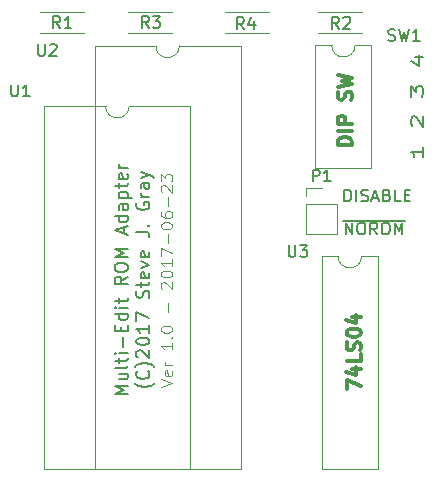
<source format=gto>
G04 #@! TF.FileFunction,Legend,Top*
%FSLAX46Y46*%
G04 Gerber Fmt 4.6, Leading zero omitted, Abs format (unit mm)*
G04 Created by KiCad (PCBNEW 4.0.4-stable) date 06/24/17 18:47:56*
%MOMM*%
%LPD*%
G01*
G04 APERTURE LIST*
%ADD10C,0.100000*%
%ADD11C,0.200000*%
%ADD12C,0.300000*%
%ADD13C,0.120000*%
%ADD14C,0.150000*%
G04 APERTURE END LIST*
D10*
D11*
X171204238Y-119578381D02*
X171204238Y-118578381D01*
X171775667Y-119578381D01*
X171775667Y-118578381D01*
X172442333Y-118578381D02*
X172632810Y-118578381D01*
X172728048Y-118626000D01*
X172823286Y-118721238D01*
X172870905Y-118911714D01*
X172870905Y-119245048D01*
X172823286Y-119435524D01*
X172728048Y-119530762D01*
X172632810Y-119578381D01*
X172442333Y-119578381D01*
X172347095Y-119530762D01*
X172251857Y-119435524D01*
X172204238Y-119245048D01*
X172204238Y-118911714D01*
X172251857Y-118721238D01*
X172347095Y-118626000D01*
X172442333Y-118578381D01*
X173870905Y-119578381D02*
X173537571Y-119102190D01*
X173299476Y-119578381D02*
X173299476Y-118578381D01*
X173680429Y-118578381D01*
X173775667Y-118626000D01*
X173823286Y-118673619D01*
X173870905Y-118768857D01*
X173870905Y-118911714D01*
X173823286Y-119006952D01*
X173775667Y-119054571D01*
X173680429Y-119102190D01*
X173299476Y-119102190D01*
X174489952Y-118578381D02*
X174680429Y-118578381D01*
X174775667Y-118626000D01*
X174870905Y-118721238D01*
X174918524Y-118911714D01*
X174918524Y-119245048D01*
X174870905Y-119435524D01*
X174775667Y-119530762D01*
X174680429Y-119578381D01*
X174489952Y-119578381D01*
X174394714Y-119530762D01*
X174299476Y-119435524D01*
X174251857Y-119245048D01*
X174251857Y-118911714D01*
X174299476Y-118721238D01*
X174394714Y-118626000D01*
X174489952Y-118578381D01*
X175347095Y-119578381D02*
X175347095Y-118578381D01*
X175680429Y-119292667D01*
X176013762Y-118578381D01*
X176013762Y-119578381D01*
X170966143Y-118406000D02*
X176251857Y-118406000D01*
X171101095Y-116784381D02*
X171101095Y-115784381D01*
X171339190Y-115784381D01*
X171482048Y-115832000D01*
X171577286Y-115927238D01*
X171624905Y-116022476D01*
X171672524Y-116212952D01*
X171672524Y-116355810D01*
X171624905Y-116546286D01*
X171577286Y-116641524D01*
X171482048Y-116736762D01*
X171339190Y-116784381D01*
X171101095Y-116784381D01*
X172101095Y-116784381D02*
X172101095Y-115784381D01*
X172529666Y-116736762D02*
X172672523Y-116784381D01*
X172910619Y-116784381D01*
X173005857Y-116736762D01*
X173053476Y-116689143D01*
X173101095Y-116593905D01*
X173101095Y-116498667D01*
X173053476Y-116403429D01*
X173005857Y-116355810D01*
X172910619Y-116308190D01*
X172720142Y-116260571D01*
X172624904Y-116212952D01*
X172577285Y-116165333D01*
X172529666Y-116070095D01*
X172529666Y-115974857D01*
X172577285Y-115879619D01*
X172624904Y-115832000D01*
X172720142Y-115784381D01*
X172958238Y-115784381D01*
X173101095Y-115832000D01*
X173482047Y-116498667D02*
X173958238Y-116498667D01*
X173386809Y-116784381D02*
X173720142Y-115784381D01*
X174053476Y-116784381D01*
X174720143Y-116260571D02*
X174863000Y-116308190D01*
X174910619Y-116355810D01*
X174958238Y-116451048D01*
X174958238Y-116593905D01*
X174910619Y-116689143D01*
X174863000Y-116736762D01*
X174767762Y-116784381D01*
X174386809Y-116784381D01*
X174386809Y-115784381D01*
X174720143Y-115784381D01*
X174815381Y-115832000D01*
X174863000Y-115879619D01*
X174910619Y-115974857D01*
X174910619Y-116070095D01*
X174863000Y-116165333D01*
X174815381Y-116212952D01*
X174720143Y-116260571D01*
X174386809Y-116260571D01*
X175863000Y-116784381D02*
X175386809Y-116784381D01*
X175386809Y-115784381D01*
X176196333Y-116260571D02*
X176529667Y-116260571D01*
X176672524Y-116784381D02*
X176196333Y-116784381D01*
X176196333Y-115784381D01*
X176672524Y-115784381D01*
X177744381Y-112140570D02*
X177744381Y-112997713D01*
X177744381Y-112569141D02*
X176744381Y-112569141D01*
X176887238Y-112711998D01*
X176982476Y-112854856D01*
X177030095Y-112997713D01*
X176839619Y-110426285D02*
X176792000Y-110354856D01*
X176744381Y-110211999D01*
X176744381Y-109854856D01*
X176792000Y-109711999D01*
X176839619Y-109640570D01*
X176934857Y-109569142D01*
X177030095Y-109569142D01*
X177172952Y-109640570D01*
X177744381Y-110497713D01*
X177744381Y-109569142D01*
X176744381Y-107926285D02*
X176744381Y-106997714D01*
X177125333Y-107497714D01*
X177125333Y-107283428D01*
X177172952Y-107140571D01*
X177220571Y-107069142D01*
X177315810Y-106997714D01*
X177553905Y-106997714D01*
X177649143Y-107069142D01*
X177696762Y-107140571D01*
X177744381Y-107283428D01*
X177744381Y-107712000D01*
X177696762Y-107854857D01*
X177649143Y-107926285D01*
X177077714Y-104569143D02*
X177744381Y-104569143D01*
X176696762Y-104926286D02*
X177411048Y-105283429D01*
X177411048Y-104354857D01*
D10*
X155535381Y-132515429D02*
X156535381Y-132182096D01*
X155535381Y-131848762D01*
X156487762Y-131134476D02*
X156535381Y-131229714D01*
X156535381Y-131420191D01*
X156487762Y-131515429D01*
X156392524Y-131563048D01*
X156011571Y-131563048D01*
X155916333Y-131515429D01*
X155868714Y-131420191D01*
X155868714Y-131229714D01*
X155916333Y-131134476D01*
X156011571Y-131086857D01*
X156106810Y-131086857D01*
X156202048Y-131563048D01*
X156535381Y-130658286D02*
X155868714Y-130658286D01*
X156059190Y-130658286D02*
X155963952Y-130610667D01*
X155916333Y-130563048D01*
X155868714Y-130467810D01*
X155868714Y-130372571D01*
X156535381Y-128753523D02*
X156535381Y-129324952D01*
X156535381Y-129039238D02*
X155535381Y-129039238D01*
X155678238Y-129134476D01*
X155773476Y-129229714D01*
X155821095Y-129324952D01*
X156440143Y-128324952D02*
X156487762Y-128277333D01*
X156535381Y-128324952D01*
X156487762Y-128372571D01*
X156440143Y-128324952D01*
X156535381Y-128324952D01*
X155535381Y-127658286D02*
X155535381Y-127563047D01*
X155583000Y-127467809D01*
X155630619Y-127420190D01*
X155725857Y-127372571D01*
X155916333Y-127324952D01*
X156154429Y-127324952D01*
X156344905Y-127372571D01*
X156440143Y-127420190D01*
X156487762Y-127467809D01*
X156535381Y-127563047D01*
X156535381Y-127658286D01*
X156487762Y-127753524D01*
X156440143Y-127801143D01*
X156344905Y-127848762D01*
X156154429Y-127896381D01*
X155916333Y-127896381D01*
X155725857Y-127848762D01*
X155630619Y-127801143D01*
X155583000Y-127753524D01*
X155535381Y-127658286D01*
X156154429Y-126134476D02*
X156154429Y-125372571D01*
X155630619Y-124182095D02*
X155583000Y-124134476D01*
X155535381Y-124039238D01*
X155535381Y-123801142D01*
X155583000Y-123705904D01*
X155630619Y-123658285D01*
X155725857Y-123610666D01*
X155821095Y-123610666D01*
X155963952Y-123658285D01*
X156535381Y-124229714D01*
X156535381Y-123610666D01*
X155535381Y-122991619D02*
X155535381Y-122896380D01*
X155583000Y-122801142D01*
X155630619Y-122753523D01*
X155725857Y-122705904D01*
X155916333Y-122658285D01*
X156154429Y-122658285D01*
X156344905Y-122705904D01*
X156440143Y-122753523D01*
X156487762Y-122801142D01*
X156535381Y-122896380D01*
X156535381Y-122991619D01*
X156487762Y-123086857D01*
X156440143Y-123134476D01*
X156344905Y-123182095D01*
X156154429Y-123229714D01*
X155916333Y-123229714D01*
X155725857Y-123182095D01*
X155630619Y-123134476D01*
X155583000Y-123086857D01*
X155535381Y-122991619D01*
X156535381Y-121705904D02*
X156535381Y-122277333D01*
X156535381Y-121991619D02*
X155535381Y-121991619D01*
X155678238Y-122086857D01*
X155773476Y-122182095D01*
X155821095Y-122277333D01*
X155535381Y-121372571D02*
X155535381Y-120705904D01*
X156535381Y-121134476D01*
X156154429Y-120324952D02*
X156154429Y-119563047D01*
X155535381Y-118896381D02*
X155535381Y-118801142D01*
X155583000Y-118705904D01*
X155630619Y-118658285D01*
X155725857Y-118610666D01*
X155916333Y-118563047D01*
X156154429Y-118563047D01*
X156344905Y-118610666D01*
X156440143Y-118658285D01*
X156487762Y-118705904D01*
X156535381Y-118801142D01*
X156535381Y-118896381D01*
X156487762Y-118991619D01*
X156440143Y-119039238D01*
X156344905Y-119086857D01*
X156154429Y-119134476D01*
X155916333Y-119134476D01*
X155725857Y-119086857D01*
X155630619Y-119039238D01*
X155583000Y-118991619D01*
X155535381Y-118896381D01*
X155535381Y-117705904D02*
X155535381Y-117896381D01*
X155583000Y-117991619D01*
X155630619Y-118039238D01*
X155773476Y-118134476D01*
X155963952Y-118182095D01*
X156344905Y-118182095D01*
X156440143Y-118134476D01*
X156487762Y-118086857D01*
X156535381Y-117991619D01*
X156535381Y-117801142D01*
X156487762Y-117705904D01*
X156440143Y-117658285D01*
X156344905Y-117610666D01*
X156106810Y-117610666D01*
X156011571Y-117658285D01*
X155963952Y-117705904D01*
X155916333Y-117801142D01*
X155916333Y-117991619D01*
X155963952Y-118086857D01*
X156011571Y-118134476D01*
X156106810Y-118182095D01*
X156154429Y-117182095D02*
X156154429Y-116420190D01*
X155630619Y-115991619D02*
X155583000Y-115944000D01*
X155535381Y-115848762D01*
X155535381Y-115610666D01*
X155583000Y-115515428D01*
X155630619Y-115467809D01*
X155725857Y-115420190D01*
X155821095Y-115420190D01*
X155963952Y-115467809D01*
X156535381Y-116039238D01*
X156535381Y-115420190D01*
X155535381Y-115086857D02*
X155535381Y-114467809D01*
X155916333Y-114801143D01*
X155916333Y-114658285D01*
X155963952Y-114563047D01*
X156011571Y-114515428D01*
X156106810Y-114467809D01*
X156344905Y-114467809D01*
X156440143Y-114515428D01*
X156487762Y-114563047D01*
X156535381Y-114658285D01*
X156535381Y-114944000D01*
X156487762Y-115039238D01*
X156440143Y-115086857D01*
D12*
X171738857Y-112007286D02*
X170538857Y-112007286D01*
X170538857Y-111721571D01*
X170596000Y-111550143D01*
X170710286Y-111435857D01*
X170824571Y-111378714D01*
X171053143Y-111321571D01*
X171224571Y-111321571D01*
X171453143Y-111378714D01*
X171567429Y-111435857D01*
X171681714Y-111550143D01*
X171738857Y-111721571D01*
X171738857Y-112007286D01*
X171738857Y-110807286D02*
X170538857Y-110807286D01*
X171738857Y-110235857D02*
X170538857Y-110235857D01*
X170538857Y-109778714D01*
X170596000Y-109664428D01*
X170653143Y-109607285D01*
X170767429Y-109550142D01*
X170938857Y-109550142D01*
X171053143Y-109607285D01*
X171110286Y-109664428D01*
X171167429Y-109778714D01*
X171167429Y-110235857D01*
X171681714Y-108178714D02*
X171738857Y-108007285D01*
X171738857Y-107721571D01*
X171681714Y-107607285D01*
X171624571Y-107550142D01*
X171510286Y-107492999D01*
X171396000Y-107492999D01*
X171281714Y-107550142D01*
X171224571Y-107607285D01*
X171167429Y-107721571D01*
X171110286Y-107950142D01*
X171053143Y-108064428D01*
X170996000Y-108121571D01*
X170881714Y-108178714D01*
X170767429Y-108178714D01*
X170653143Y-108121571D01*
X170596000Y-108064428D01*
X170538857Y-107950142D01*
X170538857Y-107664428D01*
X170596000Y-107492999D01*
X170538857Y-107092999D02*
X171738857Y-106807285D01*
X170881714Y-106578714D01*
X171738857Y-106350142D01*
X170538857Y-106064428D01*
X171300857Y-132711428D02*
X171300857Y-131911428D01*
X172500857Y-132425714D01*
X171700857Y-130940000D02*
X172500857Y-130940000D01*
X171243714Y-131225714D02*
X172100857Y-131511429D01*
X172100857Y-130768571D01*
X172500857Y-129740000D02*
X172500857Y-130311429D01*
X171300857Y-130311429D01*
X172443714Y-129397143D02*
X172500857Y-129225714D01*
X172500857Y-128940000D01*
X172443714Y-128825714D01*
X172386571Y-128768571D01*
X172272286Y-128711428D01*
X172158000Y-128711428D01*
X172043714Y-128768571D01*
X171986571Y-128825714D01*
X171929429Y-128940000D01*
X171872286Y-129168571D01*
X171815143Y-129282857D01*
X171758000Y-129340000D01*
X171643714Y-129397143D01*
X171529429Y-129397143D01*
X171415143Y-129340000D01*
X171358000Y-129282857D01*
X171300857Y-129168571D01*
X171300857Y-128882857D01*
X171358000Y-128711428D01*
X171300857Y-127968571D02*
X171300857Y-127854286D01*
X171358000Y-127740000D01*
X171415143Y-127682857D01*
X171529429Y-127625714D01*
X171758000Y-127568571D01*
X172043714Y-127568571D01*
X172272286Y-127625714D01*
X172386571Y-127682857D01*
X172443714Y-127740000D01*
X172500857Y-127854286D01*
X172500857Y-127968571D01*
X172443714Y-128082857D01*
X172386571Y-128140000D01*
X172272286Y-128197143D01*
X172043714Y-128254286D01*
X171758000Y-128254286D01*
X171529429Y-128197143D01*
X171415143Y-128140000D01*
X171358000Y-128082857D01*
X171300857Y-127968571D01*
X171700857Y-126540000D02*
X172500857Y-126540000D01*
X171243714Y-126825714D02*
X172100857Y-127111429D01*
X172100857Y-126368571D01*
D11*
X152734619Y-133108284D02*
X151634619Y-133108284D01*
X152420333Y-132741618D01*
X151634619Y-132374951D01*
X152734619Y-132374951D01*
X152001286Y-131379713D02*
X152734619Y-131379713D01*
X152001286Y-131851141D02*
X152577476Y-131851141D01*
X152682238Y-131798760D01*
X152734619Y-131693998D01*
X152734619Y-131536856D01*
X152682238Y-131432094D01*
X152629857Y-131379713D01*
X152734619Y-130698760D02*
X152682238Y-130803522D01*
X152577476Y-130855903D01*
X151634619Y-130855903D01*
X152001286Y-130436856D02*
X152001286Y-130017808D01*
X151634619Y-130279713D02*
X152577476Y-130279713D01*
X152682238Y-130227332D01*
X152734619Y-130122570D01*
X152734619Y-130017808D01*
X152734619Y-129651142D02*
X152001286Y-129651142D01*
X151634619Y-129651142D02*
X151687000Y-129703523D01*
X151739381Y-129651142D01*
X151687000Y-129598761D01*
X151634619Y-129651142D01*
X151739381Y-129651142D01*
X152315571Y-129127332D02*
X152315571Y-128289237D01*
X152158429Y-127765427D02*
X152158429Y-127398761D01*
X152734619Y-127241618D02*
X152734619Y-127765427D01*
X151634619Y-127765427D01*
X151634619Y-127241618D01*
X152734619Y-126298761D02*
X151634619Y-126298761D01*
X152682238Y-126298761D02*
X152734619Y-126403523D01*
X152734619Y-126613046D01*
X152682238Y-126717808D01*
X152629857Y-126770189D01*
X152525095Y-126822570D01*
X152210810Y-126822570D01*
X152106048Y-126770189D01*
X152053667Y-126717808D01*
X152001286Y-126613046D01*
X152001286Y-126403523D01*
X152053667Y-126298761D01*
X152734619Y-125774951D02*
X152001286Y-125774951D01*
X151634619Y-125774951D02*
X151687000Y-125827332D01*
X151739381Y-125774951D01*
X151687000Y-125722570D01*
X151634619Y-125774951D01*
X151739381Y-125774951D01*
X152001286Y-125408284D02*
X152001286Y-124989236D01*
X151634619Y-125251141D02*
X152577476Y-125251141D01*
X152682238Y-125198760D01*
X152734619Y-125093998D01*
X152734619Y-124989236D01*
X152734619Y-123155904D02*
X152210810Y-123522570D01*
X152734619Y-123784475D02*
X151634619Y-123784475D01*
X151634619Y-123365428D01*
X151687000Y-123260666D01*
X151739381Y-123208285D01*
X151844143Y-123155904D01*
X152001286Y-123155904D01*
X152106048Y-123208285D01*
X152158429Y-123260666D01*
X152210810Y-123365428D01*
X152210810Y-123784475D01*
X151634619Y-122474951D02*
X151634619Y-122265428D01*
X151687000Y-122160666D01*
X151791762Y-122055904D01*
X152001286Y-122003523D01*
X152367952Y-122003523D01*
X152577476Y-122055904D01*
X152682238Y-122160666D01*
X152734619Y-122265428D01*
X152734619Y-122474951D01*
X152682238Y-122579713D01*
X152577476Y-122684475D01*
X152367952Y-122736856D01*
X152001286Y-122736856D01*
X151791762Y-122684475D01*
X151687000Y-122579713D01*
X151634619Y-122474951D01*
X152734619Y-121532094D02*
X151634619Y-121532094D01*
X152420333Y-121165428D01*
X151634619Y-120798761D01*
X152734619Y-120798761D01*
X152420333Y-119489237D02*
X152420333Y-118965428D01*
X152734619Y-119593999D02*
X151634619Y-119227332D01*
X152734619Y-118860666D01*
X152734619Y-118022571D02*
X151634619Y-118022571D01*
X152682238Y-118022571D02*
X152734619Y-118127333D01*
X152734619Y-118336856D01*
X152682238Y-118441618D01*
X152629857Y-118493999D01*
X152525095Y-118546380D01*
X152210810Y-118546380D01*
X152106048Y-118493999D01*
X152053667Y-118441618D01*
X152001286Y-118336856D01*
X152001286Y-118127333D01*
X152053667Y-118022571D01*
X152734619Y-117027333D02*
X152158429Y-117027333D01*
X152053667Y-117079714D01*
X152001286Y-117184476D01*
X152001286Y-117393999D01*
X152053667Y-117498761D01*
X152682238Y-117027333D02*
X152734619Y-117132095D01*
X152734619Y-117393999D01*
X152682238Y-117498761D01*
X152577476Y-117551142D01*
X152472714Y-117551142D01*
X152367952Y-117498761D01*
X152315571Y-117393999D01*
X152315571Y-117132095D01*
X152263190Y-117027333D01*
X152001286Y-116503523D02*
X153101286Y-116503523D01*
X152053667Y-116503523D02*
X152001286Y-116398761D01*
X152001286Y-116189238D01*
X152053667Y-116084476D01*
X152106048Y-116032095D01*
X152210810Y-115979714D01*
X152525095Y-115979714D01*
X152629857Y-116032095D01*
X152682238Y-116084476D01*
X152734619Y-116189238D01*
X152734619Y-116398761D01*
X152682238Y-116503523D01*
X152001286Y-115665428D02*
X152001286Y-115246380D01*
X151634619Y-115508285D02*
X152577476Y-115508285D01*
X152682238Y-115455904D01*
X152734619Y-115351142D01*
X152734619Y-115246380D01*
X152682238Y-114460667D02*
X152734619Y-114565429D01*
X152734619Y-114774952D01*
X152682238Y-114879714D01*
X152577476Y-114932095D01*
X152158429Y-114932095D01*
X152053667Y-114879714D01*
X152001286Y-114774952D01*
X152001286Y-114565429D01*
X152053667Y-114460667D01*
X152158429Y-114408286D01*
X152263190Y-114408286D01*
X152367952Y-114932095D01*
X152734619Y-113936857D02*
X152001286Y-113936857D01*
X152210810Y-113936857D02*
X152106048Y-113884476D01*
X152053667Y-113832095D01*
X152001286Y-113727333D01*
X152001286Y-113622572D01*
X155003667Y-132191618D02*
X154951286Y-132243998D01*
X154794143Y-132348760D01*
X154689381Y-132401141D01*
X154532238Y-132453522D01*
X154270333Y-132505903D01*
X154060810Y-132505903D01*
X153798905Y-132453522D01*
X153641762Y-132401141D01*
X153537000Y-132348760D01*
X153379857Y-132243998D01*
X153327476Y-132191618D01*
X154479857Y-131143999D02*
X154532238Y-131196380D01*
X154584619Y-131353523D01*
X154584619Y-131458285D01*
X154532238Y-131615427D01*
X154427476Y-131720189D01*
X154322714Y-131772570D01*
X154113190Y-131824951D01*
X153956048Y-131824951D01*
X153746524Y-131772570D01*
X153641762Y-131720189D01*
X153537000Y-131615427D01*
X153484619Y-131458285D01*
X153484619Y-131353523D01*
X153537000Y-131196380D01*
X153589381Y-131143999D01*
X155003667Y-130777332D02*
X154951286Y-130724951D01*
X154794143Y-130620189D01*
X154689381Y-130567808D01*
X154532238Y-130515427D01*
X154270333Y-130463046D01*
X154060810Y-130463046D01*
X153798905Y-130515427D01*
X153641762Y-130567808D01*
X153537000Y-130620189D01*
X153379857Y-130724951D01*
X153327476Y-130777332D01*
X153589381Y-129991618D02*
X153537000Y-129939237D01*
X153484619Y-129834475D01*
X153484619Y-129572571D01*
X153537000Y-129467809D01*
X153589381Y-129415428D01*
X153694143Y-129363047D01*
X153798905Y-129363047D01*
X153956048Y-129415428D01*
X154584619Y-130043999D01*
X154584619Y-129363047D01*
X153484619Y-128682094D02*
X153484619Y-128577333D01*
X153537000Y-128472571D01*
X153589381Y-128420190D01*
X153694143Y-128367809D01*
X153903667Y-128315428D01*
X154165571Y-128315428D01*
X154375095Y-128367809D01*
X154479857Y-128420190D01*
X154532238Y-128472571D01*
X154584619Y-128577333D01*
X154584619Y-128682094D01*
X154532238Y-128786856D01*
X154479857Y-128839237D01*
X154375095Y-128891618D01*
X154165571Y-128943999D01*
X153903667Y-128943999D01*
X153694143Y-128891618D01*
X153589381Y-128839237D01*
X153537000Y-128786856D01*
X153484619Y-128682094D01*
X154584619Y-127267809D02*
X154584619Y-127896380D01*
X154584619Y-127582094D02*
X153484619Y-127582094D01*
X153641762Y-127686856D01*
X153746524Y-127791618D01*
X153798905Y-127896380D01*
X153484619Y-126901142D02*
X153484619Y-126167809D01*
X154584619Y-126639237D01*
X154532238Y-124963047D02*
X154584619Y-124805904D01*
X154584619Y-124544000D01*
X154532238Y-124439238D01*
X154479857Y-124386857D01*
X154375095Y-124334476D01*
X154270333Y-124334476D01*
X154165571Y-124386857D01*
X154113190Y-124439238D01*
X154060810Y-124544000D01*
X154008429Y-124753523D01*
X153956048Y-124858285D01*
X153903667Y-124910666D01*
X153798905Y-124963047D01*
X153694143Y-124963047D01*
X153589381Y-124910666D01*
X153537000Y-124858285D01*
X153484619Y-124753523D01*
X153484619Y-124491619D01*
X153537000Y-124334476D01*
X153851286Y-124020190D02*
X153851286Y-123601142D01*
X153484619Y-123863047D02*
X154427476Y-123863047D01*
X154532238Y-123810666D01*
X154584619Y-123705904D01*
X154584619Y-123601142D01*
X154532238Y-122815429D02*
X154584619Y-122920191D01*
X154584619Y-123129714D01*
X154532238Y-123234476D01*
X154427476Y-123286857D01*
X154008429Y-123286857D01*
X153903667Y-123234476D01*
X153851286Y-123129714D01*
X153851286Y-122920191D01*
X153903667Y-122815429D01*
X154008429Y-122763048D01*
X154113190Y-122763048D01*
X154217952Y-123286857D01*
X153851286Y-122396381D02*
X154584619Y-122134476D01*
X153851286Y-121872572D01*
X154532238Y-121034477D02*
X154584619Y-121139239D01*
X154584619Y-121348762D01*
X154532238Y-121453524D01*
X154427476Y-121505905D01*
X154008429Y-121505905D01*
X153903667Y-121453524D01*
X153851286Y-121348762D01*
X153851286Y-121139239D01*
X153903667Y-121034477D01*
X154008429Y-120982096D01*
X154113190Y-120982096D01*
X154217952Y-121505905D01*
X153484619Y-119358287D02*
X154270333Y-119358287D01*
X154427476Y-119410667D01*
X154532238Y-119515429D01*
X154584619Y-119672572D01*
X154584619Y-119777334D01*
X154479857Y-118834477D02*
X154532238Y-118782096D01*
X154584619Y-118834477D01*
X154532238Y-118886858D01*
X154479857Y-118834477D01*
X154584619Y-118834477D01*
X153537000Y-116896382D02*
X153484619Y-117001144D01*
X153484619Y-117158287D01*
X153537000Y-117315429D01*
X153641762Y-117420191D01*
X153746524Y-117472572D01*
X153956048Y-117524953D01*
X154113190Y-117524953D01*
X154322714Y-117472572D01*
X154427476Y-117420191D01*
X154532238Y-117315429D01*
X154584619Y-117158287D01*
X154584619Y-117053525D01*
X154532238Y-116896382D01*
X154479857Y-116844001D01*
X154113190Y-116844001D01*
X154113190Y-117053525D01*
X154584619Y-116372572D02*
X153851286Y-116372572D01*
X154060810Y-116372572D02*
X153956048Y-116320191D01*
X153903667Y-116267810D01*
X153851286Y-116163048D01*
X153851286Y-116058287D01*
X154584619Y-115220192D02*
X154008429Y-115220192D01*
X153903667Y-115272573D01*
X153851286Y-115377335D01*
X153851286Y-115586858D01*
X153903667Y-115691620D01*
X154532238Y-115220192D02*
X154584619Y-115324954D01*
X154584619Y-115586858D01*
X154532238Y-115691620D01*
X154427476Y-115744001D01*
X154322714Y-115744001D01*
X154217952Y-115691620D01*
X154165571Y-115586858D01*
X154165571Y-115324954D01*
X154113190Y-115220192D01*
X153851286Y-114801144D02*
X154584619Y-114539239D01*
X153851286Y-114277335D02*
X154584619Y-114539239D01*
X154846524Y-114644001D01*
X154898905Y-114696382D01*
X154951286Y-114801144D01*
D13*
X149070000Y-102510000D02*
X145350000Y-102510000D01*
X149070000Y-100790000D02*
X145350000Y-100790000D01*
X168830000Y-100790000D02*
X172550000Y-100790000D01*
X168830000Y-102510000D02*
X172550000Y-102510000D01*
X152780000Y-100790000D02*
X156500000Y-100790000D01*
X152780000Y-102510000D02*
X156500000Y-102510000D01*
X164670000Y-102510000D02*
X160950000Y-102510000D01*
X164670000Y-100790000D02*
X160950000Y-100790000D01*
X170010000Y-103560000D02*
X168640000Y-103560000D01*
X168640000Y-103560000D02*
X168640000Y-113960000D01*
X168640000Y-113960000D02*
X173380000Y-113960000D01*
X173380000Y-113960000D02*
X173380000Y-103560000D01*
X173380000Y-103560000D02*
X172010000Y-103560000D01*
X172010000Y-103560000D02*
G75*
G02X170010000Y-103560000I-1000000J0D01*
G01*
X150870000Y-108710000D02*
X145690000Y-108710000D01*
X145690000Y-108710000D02*
X145690000Y-139430000D01*
X145690000Y-139430000D02*
X158050000Y-139430000D01*
X158050000Y-139430000D02*
X158050000Y-108710000D01*
X158050000Y-108710000D02*
X152870000Y-108710000D01*
X152870000Y-108710000D02*
G75*
G02X150870000Y-108710000I-1000000J0D01*
G01*
X155121100Y-103613600D02*
X149941100Y-103613600D01*
X149941100Y-103613600D02*
X149941100Y-139413600D01*
X149941100Y-139413600D02*
X162301100Y-139413600D01*
X162301100Y-139413600D02*
X162301100Y-103613600D01*
X162301100Y-103613600D02*
X157121100Y-103613600D01*
X157121100Y-103613600D02*
G75*
G02X155121100Y-103613600I-1000000J0D01*
G01*
X170560000Y-121410000D02*
X169190000Y-121410000D01*
X169190000Y-121410000D02*
X169190000Y-139430000D01*
X169190000Y-139430000D02*
X173930000Y-139430000D01*
X173930000Y-139430000D02*
X173930000Y-121410000D01*
X173930000Y-121410000D02*
X172560000Y-121410000D01*
X172560000Y-121410000D02*
G75*
G02X170560000Y-121410000I-1000000J0D01*
G01*
X167834000Y-116967000D02*
X167834000Y-119567000D01*
X167834000Y-119567000D02*
X170494000Y-119567000D01*
X170494000Y-119567000D02*
X170494000Y-116967000D01*
X170494000Y-116967000D02*
X167834000Y-116967000D01*
X167834000Y-116332000D02*
X167834000Y-115637000D01*
X167834000Y-115637000D02*
X169164000Y-115637000D01*
D14*
X147033334Y-102102381D02*
X146700000Y-101626190D01*
X146461905Y-102102381D02*
X146461905Y-101102381D01*
X146842858Y-101102381D01*
X146938096Y-101150000D01*
X146985715Y-101197619D01*
X147033334Y-101292857D01*
X147033334Y-101435714D01*
X146985715Y-101530952D01*
X146938096Y-101578571D01*
X146842858Y-101626190D01*
X146461905Y-101626190D01*
X147985715Y-102102381D02*
X147414286Y-102102381D01*
X147700000Y-102102381D02*
X147700000Y-101102381D01*
X147604762Y-101245238D01*
X147509524Y-101340476D01*
X147414286Y-101388095D01*
X170633334Y-102152381D02*
X170300000Y-101676190D01*
X170061905Y-102152381D02*
X170061905Y-101152381D01*
X170442858Y-101152381D01*
X170538096Y-101200000D01*
X170585715Y-101247619D01*
X170633334Y-101342857D01*
X170633334Y-101485714D01*
X170585715Y-101580952D01*
X170538096Y-101628571D01*
X170442858Y-101676190D01*
X170061905Y-101676190D01*
X171014286Y-101247619D02*
X171061905Y-101200000D01*
X171157143Y-101152381D01*
X171395239Y-101152381D01*
X171490477Y-101200000D01*
X171538096Y-101247619D01*
X171585715Y-101342857D01*
X171585715Y-101438095D01*
X171538096Y-101580952D01*
X170966667Y-102152381D01*
X171585715Y-102152381D01*
X154533334Y-102102381D02*
X154200000Y-101626190D01*
X153961905Y-102102381D02*
X153961905Y-101102381D01*
X154342858Y-101102381D01*
X154438096Y-101150000D01*
X154485715Y-101197619D01*
X154533334Y-101292857D01*
X154533334Y-101435714D01*
X154485715Y-101530952D01*
X154438096Y-101578571D01*
X154342858Y-101626190D01*
X153961905Y-101626190D01*
X154866667Y-101102381D02*
X155485715Y-101102381D01*
X155152381Y-101483333D01*
X155295239Y-101483333D01*
X155390477Y-101530952D01*
X155438096Y-101578571D01*
X155485715Y-101673810D01*
X155485715Y-101911905D01*
X155438096Y-102007143D01*
X155390477Y-102054762D01*
X155295239Y-102102381D01*
X155009524Y-102102381D01*
X154914286Y-102054762D01*
X154866667Y-102007143D01*
X162583334Y-102202381D02*
X162250000Y-101726190D01*
X162011905Y-102202381D02*
X162011905Y-101202381D01*
X162392858Y-101202381D01*
X162488096Y-101250000D01*
X162535715Y-101297619D01*
X162583334Y-101392857D01*
X162583334Y-101535714D01*
X162535715Y-101630952D01*
X162488096Y-101678571D01*
X162392858Y-101726190D01*
X162011905Y-101726190D01*
X163440477Y-101535714D02*
X163440477Y-102202381D01*
X163202381Y-101154762D02*
X162964286Y-101869048D01*
X163583334Y-101869048D01*
X174815667Y-103147762D02*
X174958524Y-103195381D01*
X175196620Y-103195381D01*
X175291858Y-103147762D01*
X175339477Y-103100143D01*
X175387096Y-103004905D01*
X175387096Y-102909667D01*
X175339477Y-102814429D01*
X175291858Y-102766810D01*
X175196620Y-102719190D01*
X175006143Y-102671571D01*
X174910905Y-102623952D01*
X174863286Y-102576333D01*
X174815667Y-102481095D01*
X174815667Y-102385857D01*
X174863286Y-102290619D01*
X174910905Y-102243000D01*
X175006143Y-102195381D01*
X175244239Y-102195381D01*
X175387096Y-102243000D01*
X175720429Y-102195381D02*
X175958524Y-103195381D01*
X176149001Y-102481095D01*
X176339477Y-103195381D01*
X176577572Y-102195381D01*
X177482334Y-103195381D02*
X176910905Y-103195381D01*
X177196619Y-103195381D02*
X177196619Y-102195381D01*
X177101381Y-102338238D01*
X177006143Y-102433476D01*
X176910905Y-102481095D01*
X142888095Y-106902381D02*
X142888095Y-107711905D01*
X142935714Y-107807143D01*
X142983333Y-107854762D01*
X143078571Y-107902381D01*
X143269048Y-107902381D01*
X143364286Y-107854762D01*
X143411905Y-107807143D01*
X143459524Y-107711905D01*
X143459524Y-106902381D01*
X144459524Y-107902381D02*
X143888095Y-107902381D01*
X144173809Y-107902381D02*
X144173809Y-106902381D01*
X144078571Y-107045238D01*
X143983333Y-107140476D01*
X143888095Y-107188095D01*
X145161095Y-103465381D02*
X145161095Y-104274905D01*
X145208714Y-104370143D01*
X145256333Y-104417762D01*
X145351571Y-104465381D01*
X145542048Y-104465381D01*
X145637286Y-104417762D01*
X145684905Y-104370143D01*
X145732524Y-104274905D01*
X145732524Y-103465381D01*
X146161095Y-103560619D02*
X146208714Y-103513000D01*
X146303952Y-103465381D01*
X146542048Y-103465381D01*
X146637286Y-103513000D01*
X146684905Y-103560619D01*
X146732524Y-103655857D01*
X146732524Y-103751095D01*
X146684905Y-103893952D01*
X146113476Y-104465381D01*
X146732524Y-104465381D01*
X166370095Y-120483381D02*
X166370095Y-121292905D01*
X166417714Y-121388143D01*
X166465333Y-121435762D01*
X166560571Y-121483381D01*
X166751048Y-121483381D01*
X166846286Y-121435762D01*
X166893905Y-121388143D01*
X166941524Y-121292905D01*
X166941524Y-120483381D01*
X167322476Y-120483381D02*
X167941524Y-120483381D01*
X167608190Y-120864333D01*
X167751048Y-120864333D01*
X167846286Y-120911952D01*
X167893905Y-120959571D01*
X167941524Y-121054810D01*
X167941524Y-121292905D01*
X167893905Y-121388143D01*
X167846286Y-121435762D01*
X167751048Y-121483381D01*
X167465333Y-121483381D01*
X167370095Y-121435762D01*
X167322476Y-121388143D01*
X168425905Y-115089381D02*
X168425905Y-114089381D01*
X168806858Y-114089381D01*
X168902096Y-114137000D01*
X168949715Y-114184619D01*
X168997334Y-114279857D01*
X168997334Y-114422714D01*
X168949715Y-114517952D01*
X168902096Y-114565571D01*
X168806858Y-114613190D01*
X168425905Y-114613190D01*
X169949715Y-115089381D02*
X169378286Y-115089381D01*
X169664000Y-115089381D02*
X169664000Y-114089381D01*
X169568762Y-114232238D01*
X169473524Y-114327476D01*
X169378286Y-114375095D01*
M02*

</source>
